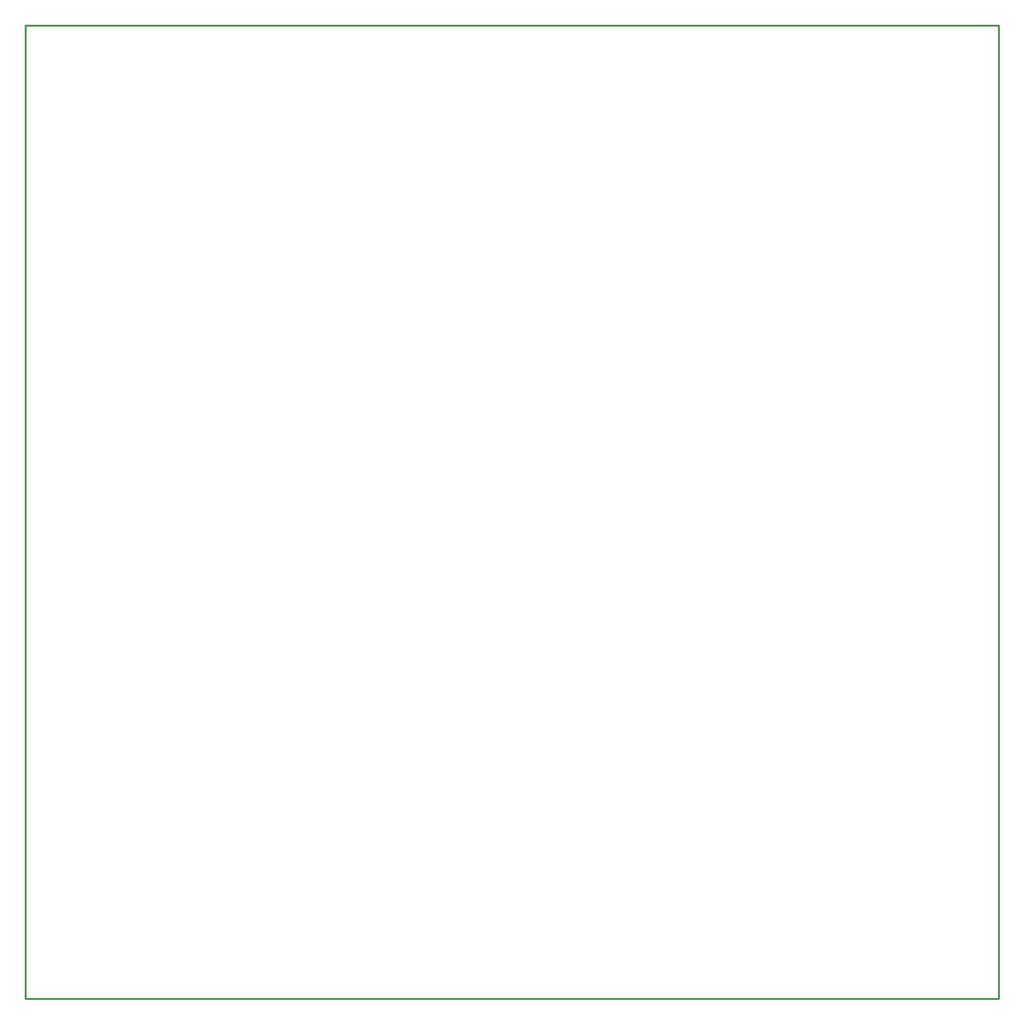
<source format=gko>
G04 EAGLE Gerber RS-274X export*
G75*
%MOMM*%
%FSLAX34Y34*%
%LPD*%
%INBoard Outline*%
%IPPOS*%
%AMOC8*
5,1,8,0,0,1.08239X$1,22.5*%
G01*
%ADD10C,0.000000*%
%ADD11C,0.254000*%


D10*
X0Y1300000D02*
X0Y0D01*
X1300000Y0D01*
X1300000Y1300000D02*
X0Y1300000D01*
X1300000Y1300000D02*
X1300000Y0D01*
D11*
X0Y0D02*
X1300000Y0D01*
X1300000Y1300000D01*
X0Y1300000D01*
X0Y0D01*
M02*

</source>
